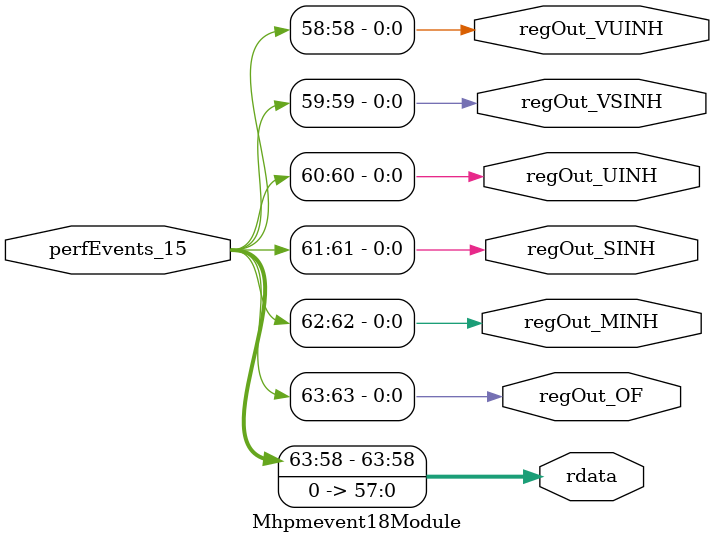
<source format=v>
module Mhpmevent18Module(
  output [63:0] rdata,
  output        regOut_OF,
  output        regOut_MINH,
  output        regOut_SINH,
  output        regOut_UINH,
  output        regOut_VSINH,
  output        regOut_VUINH,
  input  [63:0] perfEvents_15
);

  assign rdata = {perfEvents_15[63:58], 58'h0};
  assign regOut_OF = perfEvents_15[63];
  assign regOut_MINH = perfEvents_15[62];
  assign regOut_SINH = perfEvents_15[61];
  assign regOut_UINH = perfEvents_15[60];
  assign regOut_VSINH = perfEvents_15[59];
  assign regOut_VUINH = perfEvents_15[58];
endmodule


</source>
